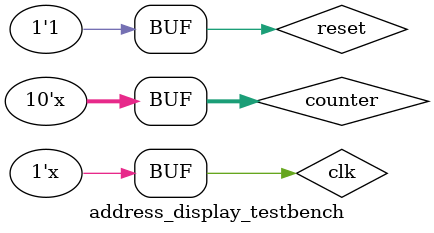
<source format=v>
`timescale 1ns / 1ps


module address_display_testbench;

    // Inputs
    reg [8:0] address_line;
    reg clk;
    reg reset;

    // Outputs
    wire [7:0] sseg_indicator;
    wire [3:0] digits;
    reg [9:0] counter;

    // Instantiate the Unit Under Test (UUT)
    address_display uut (
        .address_line(address_line), 
        .clk(clk), 
        .reset(reset), 
        .sseg_indicator(sseg_indicator), 
        .digits(digits)
    );

    initial begin
          clk = 0;
        reset = 1;
        counter = 0;
          address_line = 0;

        // Wait 200 ns for pulse reset
        #200 reset = 0;
        // Add stimulus here
        #200 reset = 1;
    end
    
    always 
    begin
        #10 clk <= ~clk;
        counter <= counter + 1;
          if(counter == 70)
              address_line <= 1;
          if(counter == 90)
              address_line <= 124;
          if(counter == 110)
              address_line <= 279;
    end
      
endmodule


</source>
